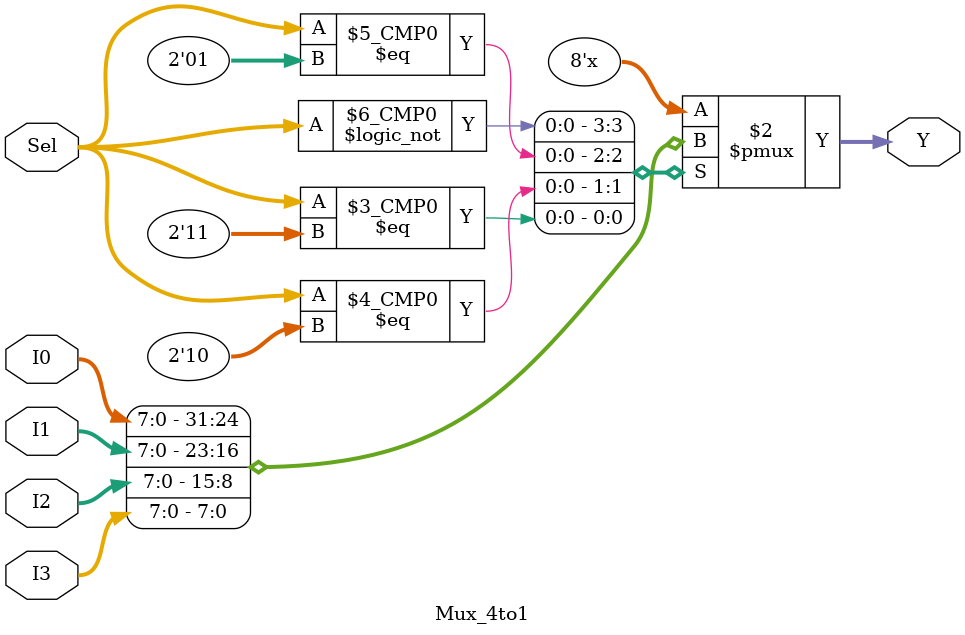
<source format=v>
module Mux_4to1 (
    input [7:0] I0, I1, I2, I3,
    input [1:0] Sel,  
    output reg [7:0] Y           
);
    
    always @(*) begin
        case(Sel)
            2'b00: Y = I0;
            2'b01: Y = I1;
            2'b10: Y = I2;
            2'b11: Y = I3;
            default: Y = 8'b0; 
        endcase
    end

endmodule
</source>
